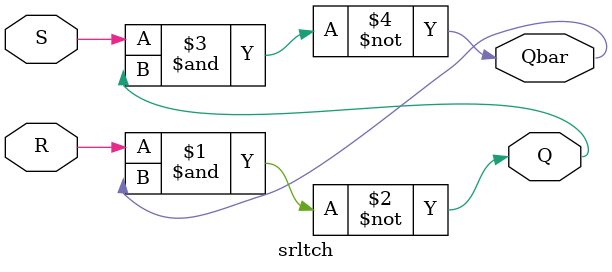
<source format=v>
module srltch(Q,Qbar,S,R);
input S,R;
output Q,Qbar;
assign Q= ~(R&Qbar);
assign Qbar= ~(S&Q);
endmodule


</source>
